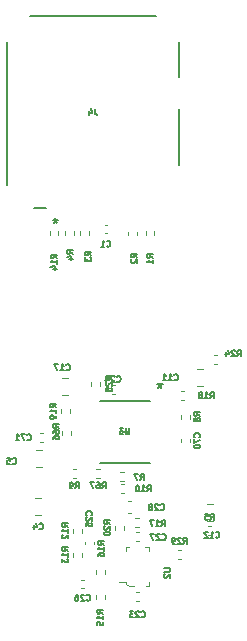
<source format=gbr>
%TF.GenerationSoftware,KiCad,Pcbnew,7.0.7*%
%TF.CreationDate,2023-10-11T19:32:33-04:00*%
%TF.ProjectId,DaisySeedBreakout,44616973-7953-4656-9564-427265616b6f,rev?*%
%TF.SameCoordinates,Original*%
%TF.FileFunction,Legend,Bot*%
%TF.FilePolarity,Positive*%
%FSLAX46Y46*%
G04 Gerber Fmt 4.6, Leading zero omitted, Abs format (unit mm)*
G04 Created by KiCad (PCBNEW 7.0.7) date 2023-10-11 19:32:33*
%MOMM*%
%LPD*%
G01*
G04 APERTURE LIST*
%ADD10C,0.127000*%
%ADD11C,0.150000*%
%ADD12C,0.100000*%
%ADD13C,0.120000*%
%ADD14C,0.152400*%
G04 APERTURE END LIST*
D10*
X150596406Y-80892952D02*
X151007644Y-80892952D01*
X151007644Y-80892952D02*
X151056025Y-80917142D01*
X151056025Y-80917142D02*
X151080216Y-80941333D01*
X151080216Y-80941333D02*
X151104406Y-80989714D01*
X151104406Y-80989714D02*
X151104406Y-81086476D01*
X151104406Y-81086476D02*
X151080216Y-81134857D01*
X151080216Y-81134857D02*
X151056025Y-81159047D01*
X151056025Y-81159047D02*
X151007644Y-81183238D01*
X151007644Y-81183238D02*
X150596406Y-81183238D01*
X150644787Y-81400951D02*
X150620596Y-81425142D01*
X150620596Y-81425142D02*
X150596406Y-81473523D01*
X150596406Y-81473523D02*
X150596406Y-81594475D01*
X150596406Y-81594475D02*
X150620596Y-81642856D01*
X150620596Y-81642856D02*
X150644787Y-81667047D01*
X150644787Y-81667047D02*
X150693168Y-81691237D01*
X150693168Y-81691237D02*
X150741549Y-81691237D01*
X150741549Y-81691237D02*
X150814120Y-81667047D01*
X150814120Y-81667047D02*
X151104406Y-81376761D01*
X151104406Y-81376761D02*
X151104406Y-81691237D01*
X152220571Y-78814406D02*
X152389905Y-78572501D01*
X152510857Y-78814406D02*
X152510857Y-78306406D01*
X152510857Y-78306406D02*
X152317333Y-78306406D01*
X152317333Y-78306406D02*
X152268952Y-78330596D01*
X152268952Y-78330596D02*
X152244762Y-78354787D01*
X152244762Y-78354787D02*
X152220571Y-78403168D01*
X152220571Y-78403168D02*
X152220571Y-78475739D01*
X152220571Y-78475739D02*
X152244762Y-78524120D01*
X152244762Y-78524120D02*
X152268952Y-78548311D01*
X152268952Y-78548311D02*
X152317333Y-78572501D01*
X152317333Y-78572501D02*
X152510857Y-78572501D01*
X152027048Y-78354787D02*
X152002857Y-78330596D01*
X152002857Y-78330596D02*
X151954476Y-78306406D01*
X151954476Y-78306406D02*
X151833524Y-78306406D01*
X151833524Y-78306406D02*
X151785143Y-78330596D01*
X151785143Y-78330596D02*
X151760952Y-78354787D01*
X151760952Y-78354787D02*
X151736762Y-78403168D01*
X151736762Y-78403168D02*
X151736762Y-78451549D01*
X151736762Y-78451549D02*
X151760952Y-78524120D01*
X151760952Y-78524120D02*
X152051238Y-78814406D01*
X152051238Y-78814406D02*
X151736762Y-78814406D01*
X151494857Y-78814406D02*
X151398095Y-78814406D01*
X151398095Y-78814406D02*
X151349714Y-78790216D01*
X151349714Y-78790216D02*
X151325523Y-78766025D01*
X151325523Y-78766025D02*
X151277142Y-78693454D01*
X151277142Y-78693454D02*
X151252952Y-78596692D01*
X151252952Y-78596692D02*
X151252952Y-78403168D01*
X151252952Y-78403168D02*
X151277142Y-78354787D01*
X151277142Y-78354787D02*
X151301333Y-78330596D01*
X151301333Y-78330596D02*
X151349714Y-78306406D01*
X151349714Y-78306406D02*
X151446476Y-78306406D01*
X151446476Y-78306406D02*
X151494857Y-78330596D01*
X151494857Y-78330596D02*
X151519047Y-78354787D01*
X151519047Y-78354787D02*
X151543238Y-78403168D01*
X151543238Y-78403168D02*
X151543238Y-78524120D01*
X151543238Y-78524120D02*
X151519047Y-78572501D01*
X151519047Y-78572501D02*
X151494857Y-78596692D01*
X151494857Y-78596692D02*
X151446476Y-78620882D01*
X151446476Y-78620882D02*
X151349714Y-78620882D01*
X151349714Y-78620882D02*
X151301333Y-78596692D01*
X151301333Y-78596692D02*
X151277142Y-78572501D01*
X151277142Y-78572501D02*
X151252952Y-78524120D01*
X146024406Y-77143428D02*
X145782501Y-76974094D01*
X146024406Y-76853142D02*
X145516406Y-76853142D01*
X145516406Y-76853142D02*
X145516406Y-77046666D01*
X145516406Y-77046666D02*
X145540596Y-77095047D01*
X145540596Y-77095047D02*
X145564787Y-77119237D01*
X145564787Y-77119237D02*
X145613168Y-77143428D01*
X145613168Y-77143428D02*
X145685739Y-77143428D01*
X145685739Y-77143428D02*
X145734120Y-77119237D01*
X145734120Y-77119237D02*
X145758311Y-77095047D01*
X145758311Y-77095047D02*
X145782501Y-77046666D01*
X145782501Y-77046666D02*
X145782501Y-76853142D01*
X145564787Y-77336951D02*
X145540596Y-77361142D01*
X145540596Y-77361142D02*
X145516406Y-77409523D01*
X145516406Y-77409523D02*
X145516406Y-77530475D01*
X145516406Y-77530475D02*
X145540596Y-77578856D01*
X145540596Y-77578856D02*
X145564787Y-77603047D01*
X145564787Y-77603047D02*
X145613168Y-77627237D01*
X145613168Y-77627237D02*
X145661549Y-77627237D01*
X145661549Y-77627237D02*
X145734120Y-77603047D01*
X145734120Y-77603047D02*
X146024406Y-77312761D01*
X146024406Y-77312761D02*
X146024406Y-77627237D01*
X145516406Y-77941714D02*
X145516406Y-77990095D01*
X145516406Y-77990095D02*
X145540596Y-78038476D01*
X145540596Y-78038476D02*
X145564787Y-78062666D01*
X145564787Y-78062666D02*
X145613168Y-78086857D01*
X145613168Y-78086857D02*
X145709930Y-78111047D01*
X145709930Y-78111047D02*
X145830882Y-78111047D01*
X145830882Y-78111047D02*
X145927644Y-78086857D01*
X145927644Y-78086857D02*
X145976025Y-78062666D01*
X145976025Y-78062666D02*
X146000216Y-78038476D01*
X146000216Y-78038476D02*
X146024406Y-77990095D01*
X146024406Y-77990095D02*
X146024406Y-77941714D01*
X146024406Y-77941714D02*
X146000216Y-77893333D01*
X146000216Y-77893333D02*
X145976025Y-77869142D01*
X145976025Y-77869142D02*
X145927644Y-77844952D01*
X145927644Y-77844952D02*
X145830882Y-77820761D01*
X145830882Y-77820761D02*
X145709930Y-77820761D01*
X145709930Y-77820761D02*
X145613168Y-77844952D01*
X145613168Y-77844952D02*
X145564787Y-77869142D01*
X145564787Y-77869142D02*
X145540596Y-77893333D01*
X145540596Y-77893333D02*
X145516406Y-77941714D01*
X150372887Y-77354245D02*
X150542221Y-77112340D01*
X150663173Y-77354245D02*
X150663173Y-76846245D01*
X150663173Y-76846245D02*
X150469649Y-76846245D01*
X150469649Y-76846245D02*
X150421268Y-76870435D01*
X150421268Y-76870435D02*
X150397078Y-76894626D01*
X150397078Y-76894626D02*
X150372887Y-76943007D01*
X150372887Y-76943007D02*
X150372887Y-77015578D01*
X150372887Y-77015578D02*
X150397078Y-77063959D01*
X150397078Y-77063959D02*
X150421268Y-77088150D01*
X150421268Y-77088150D02*
X150469649Y-77112340D01*
X150469649Y-77112340D02*
X150663173Y-77112340D01*
X149889078Y-77354245D02*
X150179364Y-77354245D01*
X150034221Y-77354245D02*
X150034221Y-76846245D01*
X150034221Y-76846245D02*
X150082602Y-76918816D01*
X150082602Y-76918816D02*
X150130983Y-76967197D01*
X150130983Y-76967197D02*
X150179364Y-76991388D01*
X149719744Y-76846245D02*
X149381077Y-76846245D01*
X149381077Y-76846245D02*
X149598792Y-77354245D01*
X145516406Y-78921428D02*
X145274501Y-78752094D01*
X145516406Y-78631142D02*
X145008406Y-78631142D01*
X145008406Y-78631142D02*
X145008406Y-78824666D01*
X145008406Y-78824666D02*
X145032596Y-78873047D01*
X145032596Y-78873047D02*
X145056787Y-78897237D01*
X145056787Y-78897237D02*
X145105168Y-78921428D01*
X145105168Y-78921428D02*
X145177739Y-78921428D01*
X145177739Y-78921428D02*
X145226120Y-78897237D01*
X145226120Y-78897237D02*
X145250311Y-78873047D01*
X145250311Y-78873047D02*
X145274501Y-78824666D01*
X145274501Y-78824666D02*
X145274501Y-78631142D01*
X145516406Y-79405237D02*
X145516406Y-79114951D01*
X145516406Y-79260094D02*
X145008406Y-79260094D01*
X145008406Y-79260094D02*
X145080977Y-79211713D01*
X145080977Y-79211713D02*
X145129358Y-79163332D01*
X145129358Y-79163332D02*
X145153549Y-79114951D01*
X145008406Y-79840666D02*
X145008406Y-79743904D01*
X145008406Y-79743904D02*
X145032596Y-79695523D01*
X145032596Y-79695523D02*
X145056787Y-79671333D01*
X145056787Y-79671333D02*
X145129358Y-79622952D01*
X145129358Y-79622952D02*
X145226120Y-79598761D01*
X145226120Y-79598761D02*
X145419644Y-79598761D01*
X145419644Y-79598761D02*
X145468025Y-79622952D01*
X145468025Y-79622952D02*
X145492216Y-79647142D01*
X145492216Y-79647142D02*
X145516406Y-79695523D01*
X145516406Y-79695523D02*
X145516406Y-79792285D01*
X145516406Y-79792285D02*
X145492216Y-79840666D01*
X145492216Y-79840666D02*
X145468025Y-79864857D01*
X145468025Y-79864857D02*
X145419644Y-79889047D01*
X145419644Y-79889047D02*
X145298692Y-79889047D01*
X145298692Y-79889047D02*
X145250311Y-79864857D01*
X145250311Y-79864857D02*
X145226120Y-79840666D01*
X145226120Y-79840666D02*
X145201930Y-79792285D01*
X145201930Y-79792285D02*
X145201930Y-79695523D01*
X145201930Y-79695523D02*
X145226120Y-79647142D01*
X145226120Y-79647142D02*
X145250311Y-79622952D01*
X145250311Y-79622952D02*
X145298692Y-79598761D01*
X145460000Y-84736014D02*
X145218095Y-84566680D01*
X145460000Y-84445728D02*
X144952000Y-84445728D01*
X144952000Y-84445728D02*
X144952000Y-84639252D01*
X144952000Y-84639252D02*
X144976190Y-84687633D01*
X144976190Y-84687633D02*
X145000381Y-84711823D01*
X145000381Y-84711823D02*
X145048762Y-84736014D01*
X145048762Y-84736014D02*
X145121333Y-84736014D01*
X145121333Y-84736014D02*
X145169714Y-84711823D01*
X145169714Y-84711823D02*
X145193905Y-84687633D01*
X145193905Y-84687633D02*
X145218095Y-84639252D01*
X145218095Y-84639252D02*
X145218095Y-84445728D01*
X145460000Y-85219823D02*
X145460000Y-84929537D01*
X145460000Y-85074680D02*
X144952000Y-85074680D01*
X144952000Y-85074680D02*
X145024571Y-85026299D01*
X145024571Y-85026299D02*
X145072952Y-84977918D01*
X145072952Y-84977918D02*
X145097143Y-84929537D01*
X144952000Y-85679443D02*
X144952000Y-85437538D01*
X144952000Y-85437538D02*
X145193905Y-85413347D01*
X145193905Y-85413347D02*
X145169714Y-85437538D01*
X145169714Y-85437538D02*
X145145524Y-85485919D01*
X145145524Y-85485919D02*
X145145524Y-85606871D01*
X145145524Y-85606871D02*
X145169714Y-85655252D01*
X145169714Y-85655252D02*
X145193905Y-85679443D01*
X145193905Y-85679443D02*
X145242286Y-85703633D01*
X145242286Y-85703633D02*
X145363238Y-85703633D01*
X145363238Y-85703633D02*
X145411619Y-85679443D01*
X145411619Y-85679443D02*
X145435810Y-85655252D01*
X145435810Y-85655252D02*
X145460000Y-85606871D01*
X145460000Y-85606871D02*
X145460000Y-85485919D01*
X145460000Y-85485919D02*
X145435810Y-85437538D01*
X145435810Y-85437538D02*
X145411619Y-85413347D01*
X142468406Y-79431428D02*
X142226501Y-79262094D01*
X142468406Y-79141142D02*
X141960406Y-79141142D01*
X141960406Y-79141142D02*
X141960406Y-79334666D01*
X141960406Y-79334666D02*
X141984596Y-79383047D01*
X141984596Y-79383047D02*
X142008787Y-79407237D01*
X142008787Y-79407237D02*
X142057168Y-79431428D01*
X142057168Y-79431428D02*
X142129739Y-79431428D01*
X142129739Y-79431428D02*
X142178120Y-79407237D01*
X142178120Y-79407237D02*
X142202311Y-79383047D01*
X142202311Y-79383047D02*
X142226501Y-79334666D01*
X142226501Y-79334666D02*
X142226501Y-79141142D01*
X142468406Y-79915237D02*
X142468406Y-79624951D01*
X142468406Y-79770094D02*
X141960406Y-79770094D01*
X141960406Y-79770094D02*
X142032977Y-79721713D01*
X142032977Y-79721713D02*
X142081358Y-79673332D01*
X142081358Y-79673332D02*
X142105549Y-79624951D01*
X141960406Y-80084571D02*
X141960406Y-80399047D01*
X141960406Y-80399047D02*
X142153930Y-80229714D01*
X142153930Y-80229714D02*
X142153930Y-80302285D01*
X142153930Y-80302285D02*
X142178120Y-80350666D01*
X142178120Y-80350666D02*
X142202311Y-80374857D01*
X142202311Y-80374857D02*
X142250692Y-80399047D01*
X142250692Y-80399047D02*
X142371644Y-80399047D01*
X142371644Y-80399047D02*
X142420025Y-80374857D01*
X142420025Y-80374857D02*
X142444216Y-80350666D01*
X142444216Y-80350666D02*
X142468406Y-80302285D01*
X142468406Y-80302285D02*
X142468406Y-80157142D01*
X142468406Y-80157142D02*
X142444216Y-80108761D01*
X142444216Y-80108761D02*
X142420025Y-80084571D01*
X142468406Y-77399428D02*
X142226501Y-77230094D01*
X142468406Y-77109142D02*
X141960406Y-77109142D01*
X141960406Y-77109142D02*
X141960406Y-77302666D01*
X141960406Y-77302666D02*
X141984596Y-77351047D01*
X141984596Y-77351047D02*
X142008787Y-77375237D01*
X142008787Y-77375237D02*
X142057168Y-77399428D01*
X142057168Y-77399428D02*
X142129739Y-77399428D01*
X142129739Y-77399428D02*
X142178120Y-77375237D01*
X142178120Y-77375237D02*
X142202311Y-77351047D01*
X142202311Y-77351047D02*
X142226501Y-77302666D01*
X142226501Y-77302666D02*
X142226501Y-77109142D01*
X142468406Y-77883237D02*
X142468406Y-77592951D01*
X142468406Y-77738094D02*
X141960406Y-77738094D01*
X141960406Y-77738094D02*
X142032977Y-77689713D01*
X142032977Y-77689713D02*
X142081358Y-77641332D01*
X142081358Y-77641332D02*
X142105549Y-77592951D01*
X142008787Y-78076761D02*
X141984596Y-78100952D01*
X141984596Y-78100952D02*
X141960406Y-78149333D01*
X141960406Y-78149333D02*
X141960406Y-78270285D01*
X141960406Y-78270285D02*
X141984596Y-78318666D01*
X141984596Y-78318666D02*
X142008787Y-78342857D01*
X142008787Y-78342857D02*
X142057168Y-78367047D01*
X142057168Y-78367047D02*
X142105549Y-78367047D01*
X142105549Y-78367047D02*
X142178120Y-78342857D01*
X142178120Y-78342857D02*
X142468406Y-78052571D01*
X142468406Y-78052571D02*
X142468406Y-78367047D01*
X150288724Y-75928135D02*
X150312915Y-75952326D01*
X150312915Y-75952326D02*
X150385486Y-75976516D01*
X150385486Y-75976516D02*
X150433867Y-75976516D01*
X150433867Y-75976516D02*
X150506439Y-75952326D01*
X150506439Y-75952326D02*
X150554820Y-75903945D01*
X150554820Y-75903945D02*
X150579010Y-75855564D01*
X150579010Y-75855564D02*
X150603201Y-75758802D01*
X150603201Y-75758802D02*
X150603201Y-75686230D01*
X150603201Y-75686230D02*
X150579010Y-75589468D01*
X150579010Y-75589468D02*
X150554820Y-75541087D01*
X150554820Y-75541087D02*
X150506439Y-75492706D01*
X150506439Y-75492706D02*
X150433867Y-75468516D01*
X150433867Y-75468516D02*
X150385486Y-75468516D01*
X150385486Y-75468516D02*
X150312915Y-75492706D01*
X150312915Y-75492706D02*
X150288724Y-75516897D01*
X150095201Y-75516897D02*
X150071010Y-75492706D01*
X150071010Y-75492706D02*
X150022629Y-75468516D01*
X150022629Y-75468516D02*
X149901677Y-75468516D01*
X149901677Y-75468516D02*
X149853296Y-75492706D01*
X149853296Y-75492706D02*
X149829105Y-75516897D01*
X149829105Y-75516897D02*
X149804915Y-75565278D01*
X149804915Y-75565278D02*
X149804915Y-75613659D01*
X149804915Y-75613659D02*
X149829105Y-75686230D01*
X149829105Y-75686230D02*
X150119391Y-75976516D01*
X150119391Y-75976516D02*
X149804915Y-75976516D01*
X149514629Y-75686230D02*
X149563010Y-75662040D01*
X149563010Y-75662040D02*
X149587200Y-75637849D01*
X149587200Y-75637849D02*
X149611391Y-75589468D01*
X149611391Y-75589468D02*
X149611391Y-75565278D01*
X149611391Y-75565278D02*
X149587200Y-75516897D01*
X149587200Y-75516897D02*
X149563010Y-75492706D01*
X149563010Y-75492706D02*
X149514629Y-75468516D01*
X149514629Y-75468516D02*
X149417867Y-75468516D01*
X149417867Y-75468516D02*
X149369486Y-75492706D01*
X149369486Y-75492706D02*
X149345295Y-75516897D01*
X149345295Y-75516897D02*
X149321105Y-75565278D01*
X149321105Y-75565278D02*
X149321105Y-75589468D01*
X149321105Y-75589468D02*
X149345295Y-75637849D01*
X149345295Y-75637849D02*
X149369486Y-75662040D01*
X149369486Y-75662040D02*
X149417867Y-75686230D01*
X149417867Y-75686230D02*
X149514629Y-75686230D01*
X149514629Y-75686230D02*
X149563010Y-75710421D01*
X149563010Y-75710421D02*
X149587200Y-75734611D01*
X149587200Y-75734611D02*
X149611391Y-75782992D01*
X149611391Y-75782992D02*
X149611391Y-75879754D01*
X149611391Y-75879754D02*
X149587200Y-75928135D01*
X149587200Y-75928135D02*
X149563010Y-75952326D01*
X149563010Y-75952326D02*
X149514629Y-75976516D01*
X149514629Y-75976516D02*
X149417867Y-75976516D01*
X149417867Y-75976516D02*
X149369486Y-75952326D01*
X149369486Y-75952326D02*
X149345295Y-75928135D01*
X149345295Y-75928135D02*
X149321105Y-75879754D01*
X149321105Y-75879754D02*
X149321105Y-75782992D01*
X149321105Y-75782992D02*
X149345295Y-75734611D01*
X149345295Y-75734611D02*
X149369486Y-75710421D01*
X149369486Y-75710421D02*
X149417867Y-75686230D01*
X150433005Y-78448095D02*
X150457196Y-78472286D01*
X150457196Y-78472286D02*
X150529767Y-78496476D01*
X150529767Y-78496476D02*
X150578148Y-78496476D01*
X150578148Y-78496476D02*
X150650720Y-78472286D01*
X150650720Y-78472286D02*
X150699101Y-78423905D01*
X150699101Y-78423905D02*
X150723291Y-78375524D01*
X150723291Y-78375524D02*
X150747482Y-78278762D01*
X150747482Y-78278762D02*
X150747482Y-78206190D01*
X150747482Y-78206190D02*
X150723291Y-78109428D01*
X150723291Y-78109428D02*
X150699101Y-78061047D01*
X150699101Y-78061047D02*
X150650720Y-78012666D01*
X150650720Y-78012666D02*
X150578148Y-77988476D01*
X150578148Y-77988476D02*
X150529767Y-77988476D01*
X150529767Y-77988476D02*
X150457196Y-78012666D01*
X150457196Y-78012666D02*
X150433005Y-78036857D01*
X150239482Y-78036857D02*
X150215291Y-78012666D01*
X150215291Y-78012666D02*
X150166910Y-77988476D01*
X150166910Y-77988476D02*
X150045958Y-77988476D01*
X150045958Y-77988476D02*
X149997577Y-78012666D01*
X149997577Y-78012666D02*
X149973386Y-78036857D01*
X149973386Y-78036857D02*
X149949196Y-78085238D01*
X149949196Y-78085238D02*
X149949196Y-78133619D01*
X149949196Y-78133619D02*
X149973386Y-78206190D01*
X149973386Y-78206190D02*
X150263672Y-78496476D01*
X150263672Y-78496476D02*
X149949196Y-78496476D01*
X149779862Y-77988476D02*
X149441195Y-77988476D01*
X149441195Y-77988476D02*
X149658910Y-78496476D01*
X144021665Y-83589113D02*
X144045856Y-83613304D01*
X144045856Y-83613304D02*
X144118427Y-83637494D01*
X144118427Y-83637494D02*
X144166808Y-83637494D01*
X144166808Y-83637494D02*
X144239380Y-83613304D01*
X144239380Y-83613304D02*
X144287761Y-83564923D01*
X144287761Y-83564923D02*
X144311951Y-83516542D01*
X144311951Y-83516542D02*
X144336142Y-83419780D01*
X144336142Y-83419780D02*
X144336142Y-83347208D01*
X144336142Y-83347208D02*
X144311951Y-83250446D01*
X144311951Y-83250446D02*
X144287761Y-83202065D01*
X144287761Y-83202065D02*
X144239380Y-83153684D01*
X144239380Y-83153684D02*
X144166808Y-83129494D01*
X144166808Y-83129494D02*
X144118427Y-83129494D01*
X144118427Y-83129494D02*
X144045856Y-83153684D01*
X144045856Y-83153684D02*
X144021665Y-83177875D01*
X143828142Y-83177875D02*
X143803951Y-83153684D01*
X143803951Y-83153684D02*
X143755570Y-83129494D01*
X143755570Y-83129494D02*
X143634618Y-83129494D01*
X143634618Y-83129494D02*
X143586237Y-83153684D01*
X143586237Y-83153684D02*
X143562046Y-83177875D01*
X143562046Y-83177875D02*
X143537856Y-83226256D01*
X143537856Y-83226256D02*
X143537856Y-83274637D01*
X143537856Y-83274637D02*
X143562046Y-83347208D01*
X143562046Y-83347208D02*
X143852332Y-83637494D01*
X143852332Y-83637494D02*
X143537856Y-83637494D01*
X143102427Y-83129494D02*
X143199189Y-83129494D01*
X143199189Y-83129494D02*
X143247570Y-83153684D01*
X143247570Y-83153684D02*
X143271760Y-83177875D01*
X143271760Y-83177875D02*
X143320141Y-83250446D01*
X143320141Y-83250446D02*
X143344332Y-83347208D01*
X143344332Y-83347208D02*
X143344332Y-83540732D01*
X143344332Y-83540732D02*
X143320141Y-83589113D01*
X143320141Y-83589113D02*
X143295951Y-83613304D01*
X143295951Y-83613304D02*
X143247570Y-83637494D01*
X143247570Y-83637494D02*
X143150808Y-83637494D01*
X143150808Y-83637494D02*
X143102427Y-83613304D01*
X143102427Y-83613304D02*
X143078236Y-83589113D01*
X143078236Y-83589113D02*
X143054046Y-83540732D01*
X143054046Y-83540732D02*
X143054046Y-83419780D01*
X143054046Y-83419780D02*
X143078236Y-83371399D01*
X143078236Y-83371399D02*
X143102427Y-83347208D01*
X143102427Y-83347208D02*
X143150808Y-83323018D01*
X143150808Y-83323018D02*
X143247570Y-83323018D01*
X143247570Y-83323018D02*
X143295951Y-83347208D01*
X143295951Y-83347208D02*
X143320141Y-83371399D01*
X143320141Y-83371399D02*
X143344332Y-83419780D01*
X144452025Y-76381428D02*
X144476216Y-76357237D01*
X144476216Y-76357237D02*
X144500406Y-76284666D01*
X144500406Y-76284666D02*
X144500406Y-76236285D01*
X144500406Y-76236285D02*
X144476216Y-76163713D01*
X144476216Y-76163713D02*
X144427835Y-76115332D01*
X144427835Y-76115332D02*
X144379454Y-76091142D01*
X144379454Y-76091142D02*
X144282692Y-76066951D01*
X144282692Y-76066951D02*
X144210120Y-76066951D01*
X144210120Y-76066951D02*
X144113358Y-76091142D01*
X144113358Y-76091142D02*
X144064977Y-76115332D01*
X144064977Y-76115332D02*
X144016596Y-76163713D01*
X144016596Y-76163713D02*
X143992406Y-76236285D01*
X143992406Y-76236285D02*
X143992406Y-76284666D01*
X143992406Y-76284666D02*
X144016596Y-76357237D01*
X144016596Y-76357237D02*
X144040787Y-76381428D01*
X144040787Y-76574951D02*
X144016596Y-76599142D01*
X144016596Y-76599142D02*
X143992406Y-76647523D01*
X143992406Y-76647523D02*
X143992406Y-76768475D01*
X143992406Y-76768475D02*
X144016596Y-76816856D01*
X144016596Y-76816856D02*
X144040787Y-76841047D01*
X144040787Y-76841047D02*
X144089168Y-76865237D01*
X144089168Y-76865237D02*
X144137549Y-76865237D01*
X144137549Y-76865237D02*
X144210120Y-76841047D01*
X144210120Y-76841047D02*
X144500406Y-76550761D01*
X144500406Y-76550761D02*
X144500406Y-76865237D01*
X143992406Y-77324857D02*
X143992406Y-77082952D01*
X143992406Y-77082952D02*
X144234311Y-77058761D01*
X144234311Y-77058761D02*
X144210120Y-77082952D01*
X144210120Y-77082952D02*
X144185930Y-77131333D01*
X144185930Y-77131333D02*
X144185930Y-77252285D01*
X144185930Y-77252285D02*
X144210120Y-77300666D01*
X144210120Y-77300666D02*
X144234311Y-77324857D01*
X144234311Y-77324857D02*
X144282692Y-77349047D01*
X144282692Y-77349047D02*
X144403644Y-77349047D01*
X144403644Y-77349047D02*
X144452025Y-77324857D01*
X144452025Y-77324857D02*
X144476216Y-77300666D01*
X144476216Y-77300666D02*
X144500406Y-77252285D01*
X144500406Y-77252285D02*
X144500406Y-77131333D01*
X144500406Y-77131333D02*
X144476216Y-77082952D01*
X144476216Y-77082952D02*
X144452025Y-77058761D01*
X148662571Y-85016025D02*
X148686762Y-85040216D01*
X148686762Y-85040216D02*
X148759333Y-85064406D01*
X148759333Y-85064406D02*
X148807714Y-85064406D01*
X148807714Y-85064406D02*
X148880286Y-85040216D01*
X148880286Y-85040216D02*
X148928667Y-84991835D01*
X148928667Y-84991835D02*
X148952857Y-84943454D01*
X148952857Y-84943454D02*
X148977048Y-84846692D01*
X148977048Y-84846692D02*
X148977048Y-84774120D01*
X148977048Y-84774120D02*
X148952857Y-84677358D01*
X148952857Y-84677358D02*
X148928667Y-84628977D01*
X148928667Y-84628977D02*
X148880286Y-84580596D01*
X148880286Y-84580596D02*
X148807714Y-84556406D01*
X148807714Y-84556406D02*
X148759333Y-84556406D01*
X148759333Y-84556406D02*
X148686762Y-84580596D01*
X148686762Y-84580596D02*
X148662571Y-84604787D01*
X148469048Y-84604787D02*
X148444857Y-84580596D01*
X148444857Y-84580596D02*
X148396476Y-84556406D01*
X148396476Y-84556406D02*
X148275524Y-84556406D01*
X148275524Y-84556406D02*
X148227143Y-84580596D01*
X148227143Y-84580596D02*
X148202952Y-84604787D01*
X148202952Y-84604787D02*
X148178762Y-84653168D01*
X148178762Y-84653168D02*
X148178762Y-84701549D01*
X148178762Y-84701549D02*
X148202952Y-84774120D01*
X148202952Y-84774120D02*
X148493238Y-85064406D01*
X148493238Y-85064406D02*
X148178762Y-85064406D01*
X148009428Y-84556406D02*
X147694952Y-84556406D01*
X147694952Y-84556406D02*
X147864285Y-84749930D01*
X147864285Y-84749930D02*
X147791714Y-84749930D01*
X147791714Y-84749930D02*
X147743333Y-84774120D01*
X147743333Y-84774120D02*
X147719142Y-84798311D01*
X147719142Y-84798311D02*
X147694952Y-84846692D01*
X147694952Y-84846692D02*
X147694952Y-84967644D01*
X147694952Y-84967644D02*
X147719142Y-85016025D01*
X147719142Y-85016025D02*
X147743333Y-85040216D01*
X147743333Y-85040216D02*
X147791714Y-85064406D01*
X147791714Y-85064406D02*
X147936857Y-85064406D01*
X147936857Y-85064406D02*
X147985238Y-85040216D01*
X147985238Y-85040216D02*
X148009428Y-85016025D01*
X154976971Y-78259625D02*
X155001162Y-78283816D01*
X155001162Y-78283816D02*
X155073733Y-78308006D01*
X155073733Y-78308006D02*
X155122114Y-78308006D01*
X155122114Y-78308006D02*
X155194686Y-78283816D01*
X155194686Y-78283816D02*
X155243067Y-78235435D01*
X155243067Y-78235435D02*
X155267257Y-78187054D01*
X155267257Y-78187054D02*
X155291448Y-78090292D01*
X155291448Y-78090292D02*
X155291448Y-78017720D01*
X155291448Y-78017720D02*
X155267257Y-77920958D01*
X155267257Y-77920958D02*
X155243067Y-77872577D01*
X155243067Y-77872577D02*
X155194686Y-77824196D01*
X155194686Y-77824196D02*
X155122114Y-77800006D01*
X155122114Y-77800006D02*
X155073733Y-77800006D01*
X155073733Y-77800006D02*
X155001162Y-77824196D01*
X155001162Y-77824196D02*
X154976971Y-77848387D01*
X154493162Y-78308006D02*
X154783448Y-78308006D01*
X154638305Y-78308006D02*
X154638305Y-77800006D01*
X154638305Y-77800006D02*
X154686686Y-77872577D01*
X154686686Y-77872577D02*
X154735067Y-77920958D01*
X154735067Y-77920958D02*
X154783448Y-77945149D01*
X154299638Y-77848387D02*
X154275447Y-77824196D01*
X154275447Y-77824196D02*
X154227066Y-77800006D01*
X154227066Y-77800006D02*
X154106114Y-77800006D01*
X154106114Y-77800006D02*
X154057733Y-77824196D01*
X154057733Y-77824196D02*
X154033542Y-77848387D01*
X154033542Y-77848387D02*
X154009352Y-77896768D01*
X154009352Y-77896768D02*
X154009352Y-77945149D01*
X154009352Y-77945149D02*
X154033542Y-78017720D01*
X154033542Y-78017720D02*
X154323828Y-78308006D01*
X154323828Y-78308006D02*
X154009352Y-78308006D01*
X154516666Y-76782406D02*
X154686000Y-76540501D01*
X154806952Y-76782406D02*
X154806952Y-76274406D01*
X154806952Y-76274406D02*
X154613428Y-76274406D01*
X154613428Y-76274406D02*
X154565047Y-76298596D01*
X154565047Y-76298596D02*
X154540857Y-76322787D01*
X154540857Y-76322787D02*
X154516666Y-76371168D01*
X154516666Y-76371168D02*
X154516666Y-76443739D01*
X154516666Y-76443739D02*
X154540857Y-76492120D01*
X154540857Y-76492120D02*
X154565047Y-76516311D01*
X154565047Y-76516311D02*
X154613428Y-76540501D01*
X154613428Y-76540501D02*
X154806952Y-76540501D01*
X154057047Y-76274406D02*
X154298952Y-76274406D01*
X154298952Y-76274406D02*
X154323143Y-76516311D01*
X154323143Y-76516311D02*
X154298952Y-76492120D01*
X154298952Y-76492120D02*
X154250571Y-76467930D01*
X154250571Y-76467930D02*
X154129619Y-76467930D01*
X154129619Y-76467930D02*
X154081238Y-76492120D01*
X154081238Y-76492120D02*
X154057047Y-76516311D01*
X154057047Y-76516311D02*
X154032857Y-76564692D01*
X154032857Y-76564692D02*
X154032857Y-76685644D01*
X154032857Y-76685644D02*
X154057047Y-76734025D01*
X154057047Y-76734025D02*
X154081238Y-76758216D01*
X154081238Y-76758216D02*
X154129619Y-76782406D01*
X154129619Y-76782406D02*
X154250571Y-76782406D01*
X154250571Y-76782406D02*
X154298952Y-76758216D01*
X154298952Y-76758216D02*
X154323143Y-76734025D01*
X143086666Y-74142406D02*
X143256000Y-73900501D01*
X143376952Y-74142406D02*
X143376952Y-73634406D01*
X143376952Y-73634406D02*
X143183428Y-73634406D01*
X143183428Y-73634406D02*
X143135047Y-73658596D01*
X143135047Y-73658596D02*
X143110857Y-73682787D01*
X143110857Y-73682787D02*
X143086666Y-73731168D01*
X143086666Y-73731168D02*
X143086666Y-73803739D01*
X143086666Y-73803739D02*
X143110857Y-73852120D01*
X143110857Y-73852120D02*
X143135047Y-73876311D01*
X143135047Y-73876311D02*
X143183428Y-73900501D01*
X143183428Y-73900501D02*
X143376952Y-73900501D01*
X142844762Y-74142406D02*
X142748000Y-74142406D01*
X142748000Y-74142406D02*
X142699619Y-74118216D01*
X142699619Y-74118216D02*
X142675428Y-74094025D01*
X142675428Y-74094025D02*
X142627047Y-74021454D01*
X142627047Y-74021454D02*
X142602857Y-73924692D01*
X142602857Y-73924692D02*
X142602857Y-73731168D01*
X142602857Y-73731168D02*
X142627047Y-73682787D01*
X142627047Y-73682787D02*
X142651238Y-73658596D01*
X142651238Y-73658596D02*
X142699619Y-73634406D01*
X142699619Y-73634406D02*
X142796381Y-73634406D01*
X142796381Y-73634406D02*
X142844762Y-73658596D01*
X142844762Y-73658596D02*
X142868952Y-73682787D01*
X142868952Y-73682787D02*
X142893143Y-73731168D01*
X142893143Y-73731168D02*
X142893143Y-73852120D01*
X142893143Y-73852120D02*
X142868952Y-73900501D01*
X142868952Y-73900501D02*
X142844762Y-73924692D01*
X142844762Y-73924692D02*
X142796381Y-73948882D01*
X142796381Y-73948882D02*
X142699619Y-73948882D01*
X142699619Y-73948882D02*
X142651238Y-73924692D01*
X142651238Y-73924692D02*
X142627047Y-73900501D01*
X142627047Y-73900501D02*
X142602857Y-73852120D01*
X148581127Y-73433893D02*
X148750461Y-73191988D01*
X148871413Y-73433893D02*
X148871413Y-72925893D01*
X148871413Y-72925893D02*
X148677889Y-72925893D01*
X148677889Y-72925893D02*
X148629508Y-72950083D01*
X148629508Y-72950083D02*
X148605318Y-72974274D01*
X148605318Y-72974274D02*
X148581127Y-73022655D01*
X148581127Y-73022655D02*
X148581127Y-73095226D01*
X148581127Y-73095226D02*
X148605318Y-73143607D01*
X148605318Y-73143607D02*
X148629508Y-73167798D01*
X148629508Y-73167798D02*
X148677889Y-73191988D01*
X148677889Y-73191988D02*
X148871413Y-73191988D01*
X148411794Y-72925893D02*
X148073127Y-72925893D01*
X148073127Y-72925893D02*
X148290842Y-73433893D01*
X140038666Y-77552025D02*
X140062857Y-77576216D01*
X140062857Y-77576216D02*
X140135428Y-77600406D01*
X140135428Y-77600406D02*
X140183809Y-77600406D01*
X140183809Y-77600406D02*
X140256381Y-77576216D01*
X140256381Y-77576216D02*
X140304762Y-77527835D01*
X140304762Y-77527835D02*
X140328952Y-77479454D01*
X140328952Y-77479454D02*
X140353143Y-77382692D01*
X140353143Y-77382692D02*
X140353143Y-77310120D01*
X140353143Y-77310120D02*
X140328952Y-77213358D01*
X140328952Y-77213358D02*
X140304762Y-77164977D01*
X140304762Y-77164977D02*
X140256381Y-77116596D01*
X140256381Y-77116596D02*
X140183809Y-77092406D01*
X140183809Y-77092406D02*
X140135428Y-77092406D01*
X140135428Y-77092406D02*
X140062857Y-77116596D01*
X140062857Y-77116596D02*
X140038666Y-77140787D01*
X139603238Y-77261739D02*
X139603238Y-77600406D01*
X139724190Y-77068216D02*
X139845143Y-77431073D01*
X139845143Y-77431073D02*
X139530666Y-77431073D01*
X142312571Y-64088425D02*
X142336762Y-64112616D01*
X142336762Y-64112616D02*
X142409333Y-64136806D01*
X142409333Y-64136806D02*
X142457714Y-64136806D01*
X142457714Y-64136806D02*
X142530286Y-64112616D01*
X142530286Y-64112616D02*
X142578667Y-64064235D01*
X142578667Y-64064235D02*
X142602857Y-64015854D01*
X142602857Y-64015854D02*
X142627048Y-63919092D01*
X142627048Y-63919092D02*
X142627048Y-63846520D01*
X142627048Y-63846520D02*
X142602857Y-63749758D01*
X142602857Y-63749758D02*
X142578667Y-63701377D01*
X142578667Y-63701377D02*
X142530286Y-63652996D01*
X142530286Y-63652996D02*
X142457714Y-63628806D01*
X142457714Y-63628806D02*
X142409333Y-63628806D01*
X142409333Y-63628806D02*
X142336762Y-63652996D01*
X142336762Y-63652996D02*
X142312571Y-63677187D01*
X141828762Y-64136806D02*
X142119048Y-64136806D01*
X141973905Y-64136806D02*
X141973905Y-63628806D01*
X141973905Y-63628806D02*
X142022286Y-63701377D01*
X142022286Y-63701377D02*
X142070667Y-63749758D01*
X142070667Y-63749758D02*
X142119048Y-63773949D01*
X141659428Y-63628806D02*
X141320761Y-63628806D01*
X141320761Y-63628806D02*
X141538476Y-64136806D01*
X144746133Y-41986006D02*
X144746133Y-42348863D01*
X144746133Y-42348863D02*
X144770324Y-42421435D01*
X144770324Y-42421435D02*
X144818705Y-42469816D01*
X144818705Y-42469816D02*
X144891276Y-42494006D01*
X144891276Y-42494006D02*
X144939657Y-42494006D01*
X144286514Y-42155339D02*
X144286514Y-42494006D01*
X144407466Y-41961816D02*
X144528419Y-42324673D01*
X144528419Y-42324673D02*
X144213942Y-42324673D01*
D11*
X141401799Y-51245419D02*
X141401799Y-51483514D01*
X141639894Y-51388276D02*
X141401799Y-51483514D01*
X141401799Y-51483514D02*
X141163704Y-51388276D01*
X141544656Y-51673990D02*
X141401799Y-51483514D01*
X141401799Y-51483514D02*
X141258942Y-51673990D01*
X141401799Y-51245419D02*
X141401799Y-51483514D01*
X141639894Y-51388276D02*
X141401799Y-51483514D01*
X141401799Y-51483514D02*
X141163704Y-51388276D01*
X141544656Y-51673990D02*
X141401799Y-51483514D01*
X141401799Y-51483514D02*
X141258942Y-51673990D01*
D10*
X145734019Y-53613331D02*
X145758210Y-53637522D01*
X145758210Y-53637522D02*
X145830781Y-53661712D01*
X145830781Y-53661712D02*
X145879162Y-53661712D01*
X145879162Y-53661712D02*
X145951734Y-53637522D01*
X145951734Y-53637522D02*
X146000115Y-53589141D01*
X146000115Y-53589141D02*
X146024305Y-53540760D01*
X146024305Y-53540760D02*
X146048496Y-53443998D01*
X146048496Y-53443998D02*
X146048496Y-53371426D01*
X146048496Y-53371426D02*
X146024305Y-53274664D01*
X146024305Y-53274664D02*
X146000115Y-53226283D01*
X146000115Y-53226283D02*
X145951734Y-53177902D01*
X145951734Y-53177902D02*
X145879162Y-53153712D01*
X145879162Y-53153712D02*
X145830781Y-53153712D01*
X145830781Y-53153712D02*
X145758210Y-53177902D01*
X145758210Y-53177902D02*
X145734019Y-53202093D01*
X145250210Y-53661712D02*
X145540496Y-53661712D01*
X145395353Y-53661712D02*
X145395353Y-53153712D01*
X145395353Y-53153712D02*
X145443734Y-53226283D01*
X145443734Y-53226283D02*
X145492115Y-53274664D01*
X145492115Y-53274664D02*
X145540496Y-53298855D01*
X149674459Y-54609639D02*
X149432554Y-54440305D01*
X149674459Y-54319353D02*
X149166459Y-54319353D01*
X149166459Y-54319353D02*
X149166459Y-54512877D01*
X149166459Y-54512877D02*
X149190649Y-54561258D01*
X149190649Y-54561258D02*
X149214840Y-54585448D01*
X149214840Y-54585448D02*
X149263221Y-54609639D01*
X149263221Y-54609639D02*
X149335792Y-54609639D01*
X149335792Y-54609639D02*
X149384173Y-54585448D01*
X149384173Y-54585448D02*
X149408364Y-54561258D01*
X149408364Y-54561258D02*
X149432554Y-54512877D01*
X149432554Y-54512877D02*
X149432554Y-54319353D01*
X149674459Y-55093448D02*
X149674459Y-54803162D01*
X149674459Y-54948305D02*
X149166459Y-54948305D01*
X149166459Y-54948305D02*
X149239030Y-54899924D01*
X149239030Y-54899924D02*
X149287411Y-54851543D01*
X149287411Y-54851543D02*
X149311602Y-54803162D01*
X144404559Y-54417439D02*
X144162654Y-54248105D01*
X144404559Y-54127153D02*
X143896559Y-54127153D01*
X143896559Y-54127153D02*
X143896559Y-54320677D01*
X143896559Y-54320677D02*
X143920749Y-54369058D01*
X143920749Y-54369058D02*
X143944940Y-54393248D01*
X143944940Y-54393248D02*
X143993321Y-54417439D01*
X143993321Y-54417439D02*
X144065892Y-54417439D01*
X144065892Y-54417439D02*
X144114273Y-54393248D01*
X144114273Y-54393248D02*
X144138464Y-54369058D01*
X144138464Y-54369058D02*
X144162654Y-54320677D01*
X144162654Y-54320677D02*
X144162654Y-54127153D01*
X143896559Y-54586772D02*
X143896559Y-54901248D01*
X143896559Y-54901248D02*
X144090083Y-54731915D01*
X144090083Y-54731915D02*
X144090083Y-54804486D01*
X144090083Y-54804486D02*
X144114273Y-54852867D01*
X144114273Y-54852867D02*
X144138464Y-54877058D01*
X144138464Y-54877058D02*
X144186845Y-54901248D01*
X144186845Y-54901248D02*
X144307797Y-54901248D01*
X144307797Y-54901248D02*
X144356178Y-54877058D01*
X144356178Y-54877058D02*
X144380369Y-54852867D01*
X144380369Y-54852867D02*
X144404559Y-54804486D01*
X144404559Y-54804486D02*
X144404559Y-54659343D01*
X144404559Y-54659343D02*
X144380369Y-54610962D01*
X144380369Y-54610962D02*
X144356178Y-54586772D01*
X149170571Y-74396406D02*
X149339905Y-74154501D01*
X149460857Y-74396406D02*
X149460857Y-73888406D01*
X149460857Y-73888406D02*
X149267333Y-73888406D01*
X149267333Y-73888406D02*
X149218952Y-73912596D01*
X149218952Y-73912596D02*
X149194762Y-73936787D01*
X149194762Y-73936787D02*
X149170571Y-73985168D01*
X149170571Y-73985168D02*
X149170571Y-74057739D01*
X149170571Y-74057739D02*
X149194762Y-74106120D01*
X149194762Y-74106120D02*
X149218952Y-74130311D01*
X149218952Y-74130311D02*
X149267333Y-74154501D01*
X149267333Y-74154501D02*
X149460857Y-74154501D01*
X148686762Y-74396406D02*
X148977048Y-74396406D01*
X148831905Y-74396406D02*
X148831905Y-73888406D01*
X148831905Y-73888406D02*
X148880286Y-73960977D01*
X148880286Y-73960977D02*
X148928667Y-74009358D01*
X148928667Y-74009358D02*
X148977048Y-74033549D01*
X148372285Y-73888406D02*
X148323904Y-73888406D01*
X148323904Y-73888406D02*
X148275523Y-73912596D01*
X148275523Y-73912596D02*
X148251333Y-73936787D01*
X148251333Y-73936787D02*
X148227142Y-73985168D01*
X148227142Y-73985168D02*
X148202952Y-74081930D01*
X148202952Y-74081930D02*
X148202952Y-74202882D01*
X148202952Y-74202882D02*
X148227142Y-74299644D01*
X148227142Y-74299644D02*
X148251333Y-74348025D01*
X148251333Y-74348025D02*
X148275523Y-74372216D01*
X148275523Y-74372216D02*
X148323904Y-74396406D01*
X148323904Y-74396406D02*
X148372285Y-74396406D01*
X148372285Y-74396406D02*
X148420666Y-74372216D01*
X148420666Y-74372216D02*
X148444857Y-74348025D01*
X148444857Y-74348025D02*
X148469047Y-74299644D01*
X148469047Y-74299644D02*
X148493238Y-74202882D01*
X148493238Y-74202882D02*
X148493238Y-74081930D01*
X148493238Y-74081930D02*
X148469047Y-73985168D01*
X148469047Y-73985168D02*
X148444857Y-73936787D01*
X148444857Y-73936787D02*
X148420666Y-73912596D01*
X148420666Y-73912596D02*
X148372285Y-73888406D01*
X141508959Y-54630734D02*
X141267054Y-54461400D01*
X141508959Y-54340448D02*
X141000959Y-54340448D01*
X141000959Y-54340448D02*
X141000959Y-54533972D01*
X141000959Y-54533972D02*
X141025149Y-54582353D01*
X141025149Y-54582353D02*
X141049340Y-54606543D01*
X141049340Y-54606543D02*
X141097721Y-54630734D01*
X141097721Y-54630734D02*
X141170292Y-54630734D01*
X141170292Y-54630734D02*
X141218673Y-54606543D01*
X141218673Y-54606543D02*
X141242864Y-54582353D01*
X141242864Y-54582353D02*
X141267054Y-54533972D01*
X141267054Y-54533972D02*
X141267054Y-54340448D01*
X141508959Y-55114543D02*
X141508959Y-54824257D01*
X141508959Y-54969400D02*
X141000959Y-54969400D01*
X141000959Y-54969400D02*
X141073530Y-54921019D01*
X141073530Y-54921019D02*
X141121911Y-54872638D01*
X141121911Y-54872638D02*
X141146102Y-54824257D01*
X141170292Y-55549972D02*
X141508959Y-55549972D01*
X140976769Y-55429020D02*
X141339626Y-55308067D01*
X141339626Y-55308067D02*
X141339626Y-55622544D01*
X153644406Y-67987333D02*
X153402501Y-67817999D01*
X153644406Y-67697047D02*
X153136406Y-67697047D01*
X153136406Y-67697047D02*
X153136406Y-67890571D01*
X153136406Y-67890571D02*
X153160596Y-67938952D01*
X153160596Y-67938952D02*
X153184787Y-67963142D01*
X153184787Y-67963142D02*
X153233168Y-67987333D01*
X153233168Y-67987333D02*
X153305739Y-67987333D01*
X153305739Y-67987333D02*
X153354120Y-67963142D01*
X153354120Y-67963142D02*
X153378311Y-67938952D01*
X153378311Y-67938952D02*
X153402501Y-67890571D01*
X153402501Y-67890571D02*
X153402501Y-67697047D01*
X153354120Y-68277618D02*
X153329930Y-68229237D01*
X153329930Y-68229237D02*
X153305739Y-68205047D01*
X153305739Y-68205047D02*
X153257358Y-68180856D01*
X153257358Y-68180856D02*
X153233168Y-68180856D01*
X153233168Y-68180856D02*
X153184787Y-68205047D01*
X153184787Y-68205047D02*
X153160596Y-68229237D01*
X153160596Y-68229237D02*
X153136406Y-68277618D01*
X153136406Y-68277618D02*
X153136406Y-68374380D01*
X153136406Y-68374380D02*
X153160596Y-68422761D01*
X153160596Y-68422761D02*
X153184787Y-68446952D01*
X153184787Y-68446952D02*
X153233168Y-68471142D01*
X153233168Y-68471142D02*
X153257358Y-68471142D01*
X153257358Y-68471142D02*
X153305739Y-68446952D01*
X153305739Y-68446952D02*
X153329930Y-68422761D01*
X153329930Y-68422761D02*
X153354120Y-68374380D01*
X153354120Y-68374380D02*
X153354120Y-68277618D01*
X153354120Y-68277618D02*
X153378311Y-68229237D01*
X153378311Y-68229237D02*
X153402501Y-68205047D01*
X153402501Y-68205047D02*
X153450882Y-68180856D01*
X153450882Y-68180856D02*
X153547644Y-68180856D01*
X153547644Y-68180856D02*
X153596025Y-68205047D01*
X153596025Y-68205047D02*
X153620216Y-68229237D01*
X153620216Y-68229237D02*
X153644406Y-68277618D01*
X153644406Y-68277618D02*
X153644406Y-68374380D01*
X153644406Y-68374380D02*
X153620216Y-68422761D01*
X153620216Y-68422761D02*
X153596025Y-68446952D01*
X153596025Y-68446952D02*
X153547644Y-68471142D01*
X153547644Y-68471142D02*
X153450882Y-68471142D01*
X153450882Y-68471142D02*
X153402501Y-68446952D01*
X153402501Y-68446952D02*
X153378311Y-68422761D01*
X153378311Y-68422761D02*
X153354120Y-68374380D01*
X154504571Y-66522406D02*
X154673905Y-66280501D01*
X154794857Y-66522406D02*
X154794857Y-66014406D01*
X154794857Y-66014406D02*
X154601333Y-66014406D01*
X154601333Y-66014406D02*
X154552952Y-66038596D01*
X154552952Y-66038596D02*
X154528762Y-66062787D01*
X154528762Y-66062787D02*
X154504571Y-66111168D01*
X154504571Y-66111168D02*
X154504571Y-66183739D01*
X154504571Y-66183739D02*
X154528762Y-66232120D01*
X154528762Y-66232120D02*
X154552952Y-66256311D01*
X154552952Y-66256311D02*
X154601333Y-66280501D01*
X154601333Y-66280501D02*
X154794857Y-66280501D01*
X154020762Y-66522406D02*
X154311048Y-66522406D01*
X154165905Y-66522406D02*
X154165905Y-66014406D01*
X154165905Y-66014406D02*
X154214286Y-66086977D01*
X154214286Y-66086977D02*
X154262667Y-66135358D01*
X154262667Y-66135358D02*
X154311048Y-66159549D01*
X153730476Y-66232120D02*
X153778857Y-66207930D01*
X153778857Y-66207930D02*
X153803047Y-66183739D01*
X153803047Y-66183739D02*
X153827238Y-66135358D01*
X153827238Y-66135358D02*
X153827238Y-66111168D01*
X153827238Y-66111168D02*
X153803047Y-66062787D01*
X153803047Y-66062787D02*
X153778857Y-66038596D01*
X153778857Y-66038596D02*
X153730476Y-66014406D01*
X153730476Y-66014406D02*
X153633714Y-66014406D01*
X153633714Y-66014406D02*
X153585333Y-66038596D01*
X153585333Y-66038596D02*
X153561142Y-66062787D01*
X153561142Y-66062787D02*
X153536952Y-66111168D01*
X153536952Y-66111168D02*
X153536952Y-66135358D01*
X153536952Y-66135358D02*
X153561142Y-66183739D01*
X153561142Y-66183739D02*
X153585333Y-66207930D01*
X153585333Y-66207930D02*
X153633714Y-66232120D01*
X153633714Y-66232120D02*
X153730476Y-66232120D01*
X153730476Y-66232120D02*
X153778857Y-66256311D01*
X153778857Y-66256311D02*
X153803047Y-66280501D01*
X153803047Y-66280501D02*
X153827238Y-66328882D01*
X153827238Y-66328882D02*
X153827238Y-66425644D01*
X153827238Y-66425644D02*
X153803047Y-66474025D01*
X153803047Y-66474025D02*
X153778857Y-66498216D01*
X153778857Y-66498216D02*
X153730476Y-66522406D01*
X153730476Y-66522406D02*
X153633714Y-66522406D01*
X153633714Y-66522406D02*
X153585333Y-66498216D01*
X153585333Y-66498216D02*
X153561142Y-66474025D01*
X153561142Y-66474025D02*
X153536952Y-66425644D01*
X153536952Y-66425644D02*
X153536952Y-66328882D01*
X153536952Y-66328882D02*
X153561142Y-66280501D01*
X153561142Y-66280501D02*
X153585333Y-66256311D01*
X153585333Y-66256311D02*
X153633714Y-66232120D01*
X147647902Y-69049496D02*
X147647902Y-69460734D01*
X147647902Y-69460734D02*
X147623712Y-69509115D01*
X147623712Y-69509115D02*
X147599521Y-69533306D01*
X147599521Y-69533306D02*
X147551140Y-69557496D01*
X147551140Y-69557496D02*
X147454378Y-69557496D01*
X147454378Y-69557496D02*
X147405997Y-69533306D01*
X147405997Y-69533306D02*
X147381807Y-69509115D01*
X147381807Y-69509115D02*
X147357616Y-69460734D01*
X147357616Y-69460734D02*
X147357616Y-69049496D01*
X147164093Y-69049496D02*
X146849617Y-69049496D01*
X146849617Y-69049496D02*
X147018950Y-69243020D01*
X147018950Y-69243020D02*
X146946379Y-69243020D01*
X146946379Y-69243020D02*
X146897998Y-69267210D01*
X146897998Y-69267210D02*
X146873807Y-69291401D01*
X146873807Y-69291401D02*
X146849617Y-69339782D01*
X146849617Y-69339782D02*
X146849617Y-69460734D01*
X146849617Y-69460734D02*
X146873807Y-69509115D01*
X146873807Y-69509115D02*
X146897998Y-69533306D01*
X146897998Y-69533306D02*
X146946379Y-69557496D01*
X146946379Y-69557496D02*
X147091522Y-69557496D01*
X147091522Y-69557496D02*
X147139903Y-69533306D01*
X147139903Y-69533306D02*
X147164093Y-69509115D01*
D11*
X147522759Y-69402956D02*
X147475140Y-69355337D01*
X147475140Y-69355337D02*
X147379902Y-69307718D01*
X147379902Y-69307718D02*
X147189426Y-69402956D01*
X147189426Y-69402956D02*
X147094188Y-69355337D01*
X147094188Y-69355337D02*
X147046569Y-69307718D01*
X150239004Y-65177109D02*
X150239004Y-65415204D01*
X150477099Y-65319966D02*
X150239004Y-65415204D01*
X150239004Y-65415204D02*
X150000909Y-65319966D01*
X150381861Y-65605680D02*
X150239004Y-65415204D01*
X150239004Y-65415204D02*
X150096147Y-65605680D01*
D10*
X146178406Y-64949428D02*
X145936501Y-64780094D01*
X146178406Y-64659142D02*
X145670406Y-64659142D01*
X145670406Y-64659142D02*
X145670406Y-64852666D01*
X145670406Y-64852666D02*
X145694596Y-64901047D01*
X145694596Y-64901047D02*
X145718787Y-64925237D01*
X145718787Y-64925237D02*
X145767168Y-64949428D01*
X145767168Y-64949428D02*
X145839739Y-64949428D01*
X145839739Y-64949428D02*
X145888120Y-64925237D01*
X145888120Y-64925237D02*
X145912311Y-64901047D01*
X145912311Y-64901047D02*
X145936501Y-64852666D01*
X145936501Y-64852666D02*
X145936501Y-64659142D01*
X145718787Y-65142951D02*
X145694596Y-65167142D01*
X145694596Y-65167142D02*
X145670406Y-65215523D01*
X145670406Y-65215523D02*
X145670406Y-65336475D01*
X145670406Y-65336475D02*
X145694596Y-65384856D01*
X145694596Y-65384856D02*
X145718787Y-65409047D01*
X145718787Y-65409047D02*
X145767168Y-65433237D01*
X145767168Y-65433237D02*
X145815549Y-65433237D01*
X145815549Y-65433237D02*
X145888120Y-65409047D01*
X145888120Y-65409047D02*
X146178406Y-65118761D01*
X146178406Y-65118761D02*
X146178406Y-65433237D01*
X145670406Y-65892857D02*
X145670406Y-65650952D01*
X145670406Y-65650952D02*
X145912311Y-65626761D01*
X145912311Y-65626761D02*
X145888120Y-65650952D01*
X145888120Y-65650952D02*
X145863930Y-65699333D01*
X145863930Y-65699333D02*
X145863930Y-65820285D01*
X145863930Y-65820285D02*
X145888120Y-65868666D01*
X145888120Y-65868666D02*
X145912311Y-65892857D01*
X145912311Y-65892857D02*
X145960692Y-65917047D01*
X145960692Y-65917047D02*
X146081644Y-65917047D01*
X146081644Y-65917047D02*
X146130025Y-65892857D01*
X146130025Y-65892857D02*
X146154216Y-65868666D01*
X146154216Y-65868666D02*
X146178406Y-65820285D01*
X146178406Y-65820285D02*
X146178406Y-65699333D01*
X146178406Y-65699333D02*
X146154216Y-65650952D01*
X146154216Y-65650952D02*
X146130025Y-65626761D01*
X137755680Y-72043242D02*
X137779871Y-72067433D01*
X137779871Y-72067433D02*
X137852442Y-72091623D01*
X137852442Y-72091623D02*
X137900823Y-72091623D01*
X137900823Y-72091623D02*
X137973395Y-72067433D01*
X137973395Y-72067433D02*
X138021776Y-72019052D01*
X138021776Y-72019052D02*
X138045966Y-71970671D01*
X138045966Y-71970671D02*
X138070157Y-71873909D01*
X138070157Y-71873909D02*
X138070157Y-71801337D01*
X138070157Y-71801337D02*
X138045966Y-71704575D01*
X138045966Y-71704575D02*
X138021776Y-71656194D01*
X138021776Y-71656194D02*
X137973395Y-71607813D01*
X137973395Y-71607813D02*
X137900823Y-71583623D01*
X137900823Y-71583623D02*
X137852442Y-71583623D01*
X137852442Y-71583623D02*
X137779871Y-71607813D01*
X137779871Y-71607813D02*
X137755680Y-71632004D01*
X137296061Y-71583623D02*
X137537966Y-71583623D01*
X137537966Y-71583623D02*
X137562157Y-71825528D01*
X137562157Y-71825528D02*
X137537966Y-71801337D01*
X137537966Y-71801337D02*
X137489585Y-71777147D01*
X137489585Y-71777147D02*
X137368633Y-71777147D01*
X137368633Y-71777147D02*
X137320252Y-71801337D01*
X137320252Y-71801337D02*
X137296061Y-71825528D01*
X137296061Y-71825528D02*
X137271871Y-71873909D01*
X137271871Y-71873909D02*
X137271871Y-71994861D01*
X137271871Y-71994861D02*
X137296061Y-72043242D01*
X137296061Y-72043242D02*
X137320252Y-72067433D01*
X137320252Y-72067433D02*
X137368633Y-72091623D01*
X137368633Y-72091623D02*
X137489585Y-72091623D01*
X137489585Y-72091623D02*
X137537966Y-72067433D01*
X137537966Y-72067433D02*
X137562157Y-72043242D01*
X145360571Y-74142406D02*
X145529905Y-73900501D01*
X145650857Y-74142406D02*
X145650857Y-73634406D01*
X145650857Y-73634406D02*
X145457333Y-73634406D01*
X145457333Y-73634406D02*
X145408952Y-73658596D01*
X145408952Y-73658596D02*
X145384762Y-73682787D01*
X145384762Y-73682787D02*
X145360571Y-73731168D01*
X145360571Y-73731168D02*
X145360571Y-73803739D01*
X145360571Y-73803739D02*
X145384762Y-73852120D01*
X145384762Y-73852120D02*
X145408952Y-73876311D01*
X145408952Y-73876311D02*
X145457333Y-73900501D01*
X145457333Y-73900501D02*
X145650857Y-73900501D01*
X144925143Y-73634406D02*
X145021905Y-73634406D01*
X145021905Y-73634406D02*
X145070286Y-73658596D01*
X145070286Y-73658596D02*
X145094476Y-73682787D01*
X145094476Y-73682787D02*
X145142857Y-73755358D01*
X145142857Y-73755358D02*
X145167048Y-73852120D01*
X145167048Y-73852120D02*
X145167048Y-74045644D01*
X145167048Y-74045644D02*
X145142857Y-74094025D01*
X145142857Y-74094025D02*
X145118667Y-74118216D01*
X145118667Y-74118216D02*
X145070286Y-74142406D01*
X145070286Y-74142406D02*
X144973524Y-74142406D01*
X144973524Y-74142406D02*
X144925143Y-74118216D01*
X144925143Y-74118216D02*
X144900952Y-74094025D01*
X144900952Y-74094025D02*
X144876762Y-74045644D01*
X144876762Y-74045644D02*
X144876762Y-73924692D01*
X144876762Y-73924692D02*
X144900952Y-73876311D01*
X144900952Y-73876311D02*
X144925143Y-73852120D01*
X144925143Y-73852120D02*
X144973524Y-73827930D01*
X144973524Y-73827930D02*
X145070286Y-73827930D01*
X145070286Y-73827930D02*
X145118667Y-73852120D01*
X145118667Y-73852120D02*
X145142857Y-73876311D01*
X145142857Y-73876311D02*
X145167048Y-73924692D01*
X144707428Y-73634406D02*
X144368761Y-73634406D01*
X144368761Y-73634406D02*
X144586476Y-74142406D01*
X151456571Y-64950025D02*
X151480762Y-64974216D01*
X151480762Y-64974216D02*
X151553333Y-64998406D01*
X151553333Y-64998406D02*
X151601714Y-64998406D01*
X151601714Y-64998406D02*
X151674286Y-64974216D01*
X151674286Y-64974216D02*
X151722667Y-64925835D01*
X151722667Y-64925835D02*
X151746857Y-64877454D01*
X151746857Y-64877454D02*
X151771048Y-64780692D01*
X151771048Y-64780692D02*
X151771048Y-64708120D01*
X151771048Y-64708120D02*
X151746857Y-64611358D01*
X151746857Y-64611358D02*
X151722667Y-64562977D01*
X151722667Y-64562977D02*
X151674286Y-64514596D01*
X151674286Y-64514596D02*
X151601714Y-64490406D01*
X151601714Y-64490406D02*
X151553333Y-64490406D01*
X151553333Y-64490406D02*
X151480762Y-64514596D01*
X151480762Y-64514596D02*
X151456571Y-64538787D01*
X150972762Y-64998406D02*
X151263048Y-64998406D01*
X151117905Y-64998406D02*
X151117905Y-64490406D01*
X151117905Y-64490406D02*
X151166286Y-64562977D01*
X151166286Y-64562977D02*
X151214667Y-64611358D01*
X151214667Y-64611358D02*
X151263048Y-64635549D01*
X150488952Y-64998406D02*
X150779238Y-64998406D01*
X150634095Y-64998406D02*
X150634095Y-64490406D01*
X150634095Y-64490406D02*
X150682476Y-64562977D01*
X150682476Y-64562977D02*
X150730857Y-64611358D01*
X150730857Y-64611358D02*
X150779238Y-64635549D01*
X153596025Y-69777428D02*
X153620216Y-69753237D01*
X153620216Y-69753237D02*
X153644406Y-69680666D01*
X153644406Y-69680666D02*
X153644406Y-69632285D01*
X153644406Y-69632285D02*
X153620216Y-69559713D01*
X153620216Y-69559713D02*
X153571835Y-69511332D01*
X153571835Y-69511332D02*
X153523454Y-69487142D01*
X153523454Y-69487142D02*
X153426692Y-69462951D01*
X153426692Y-69462951D02*
X153354120Y-69462951D01*
X153354120Y-69462951D02*
X153257358Y-69487142D01*
X153257358Y-69487142D02*
X153208977Y-69511332D01*
X153208977Y-69511332D02*
X153160596Y-69559713D01*
X153160596Y-69559713D02*
X153136406Y-69632285D01*
X153136406Y-69632285D02*
X153136406Y-69680666D01*
X153136406Y-69680666D02*
X153160596Y-69753237D01*
X153160596Y-69753237D02*
X153184787Y-69777428D01*
X153136406Y-69946761D02*
X153136406Y-70285428D01*
X153136406Y-70285428D02*
X153644406Y-70067713D01*
X153136406Y-70575714D02*
X153136406Y-70624095D01*
X153136406Y-70624095D02*
X153160596Y-70672476D01*
X153160596Y-70672476D02*
X153184787Y-70696666D01*
X153184787Y-70696666D02*
X153233168Y-70720857D01*
X153233168Y-70720857D02*
X153329930Y-70745047D01*
X153329930Y-70745047D02*
X153450882Y-70745047D01*
X153450882Y-70745047D02*
X153547644Y-70720857D01*
X153547644Y-70720857D02*
X153596025Y-70696666D01*
X153596025Y-70696666D02*
X153620216Y-70672476D01*
X153620216Y-70672476D02*
X153644406Y-70624095D01*
X153644406Y-70624095D02*
X153644406Y-70575714D01*
X153644406Y-70575714D02*
X153620216Y-70527333D01*
X153620216Y-70527333D02*
X153596025Y-70503142D01*
X153596025Y-70503142D02*
X153547644Y-70478952D01*
X153547644Y-70478952D02*
X153450882Y-70454761D01*
X153450882Y-70454761D02*
X153329930Y-70454761D01*
X153329930Y-70454761D02*
X153233168Y-70478952D01*
X153233168Y-70478952D02*
X153184787Y-70503142D01*
X153184787Y-70503142D02*
X153160596Y-70527333D01*
X153160596Y-70527333D02*
X153136406Y-70575714D01*
X148311659Y-54558839D02*
X148069754Y-54389505D01*
X148311659Y-54268553D02*
X147803659Y-54268553D01*
X147803659Y-54268553D02*
X147803659Y-54462077D01*
X147803659Y-54462077D02*
X147827849Y-54510458D01*
X147827849Y-54510458D02*
X147852040Y-54534648D01*
X147852040Y-54534648D02*
X147900421Y-54558839D01*
X147900421Y-54558839D02*
X147972992Y-54558839D01*
X147972992Y-54558839D02*
X148021373Y-54534648D01*
X148021373Y-54534648D02*
X148045564Y-54510458D01*
X148045564Y-54510458D02*
X148069754Y-54462077D01*
X148069754Y-54462077D02*
X148069754Y-54268553D01*
X147852040Y-54752362D02*
X147827849Y-54776553D01*
X147827849Y-54776553D02*
X147803659Y-54824934D01*
X147803659Y-54824934D02*
X147803659Y-54945886D01*
X147803659Y-54945886D02*
X147827849Y-54994267D01*
X147827849Y-54994267D02*
X147852040Y-55018458D01*
X147852040Y-55018458D02*
X147900421Y-55042648D01*
X147900421Y-55042648D02*
X147948802Y-55042648D01*
X147948802Y-55042648D02*
X148021373Y-55018458D01*
X148021373Y-55018458D02*
X148311659Y-54728172D01*
X148311659Y-54728172D02*
X148311659Y-55042648D01*
X141452406Y-67268508D02*
X141210501Y-67099174D01*
X141452406Y-66978222D02*
X140944406Y-66978222D01*
X140944406Y-66978222D02*
X140944406Y-67171746D01*
X140944406Y-67171746D02*
X140968596Y-67220127D01*
X140968596Y-67220127D02*
X140992787Y-67244317D01*
X140992787Y-67244317D02*
X141041168Y-67268508D01*
X141041168Y-67268508D02*
X141113739Y-67268508D01*
X141113739Y-67268508D02*
X141162120Y-67244317D01*
X141162120Y-67244317D02*
X141186311Y-67220127D01*
X141186311Y-67220127D02*
X141210501Y-67171746D01*
X141210501Y-67171746D02*
X141210501Y-66978222D01*
X141452406Y-67752317D02*
X141452406Y-67462031D01*
X141452406Y-67607174D02*
X140944406Y-67607174D01*
X140944406Y-67607174D02*
X141016977Y-67558793D01*
X141016977Y-67558793D02*
X141065358Y-67510412D01*
X141065358Y-67510412D02*
X141089549Y-67462031D01*
X141452406Y-67994222D02*
X141452406Y-68090984D01*
X141452406Y-68090984D02*
X141428216Y-68139365D01*
X141428216Y-68139365D02*
X141404025Y-68163556D01*
X141404025Y-68163556D02*
X141331454Y-68211937D01*
X141331454Y-68211937D02*
X141234692Y-68236127D01*
X141234692Y-68236127D02*
X141041168Y-68236127D01*
X141041168Y-68236127D02*
X140992787Y-68211937D01*
X140992787Y-68211937D02*
X140968596Y-68187746D01*
X140968596Y-68187746D02*
X140944406Y-68139365D01*
X140944406Y-68139365D02*
X140944406Y-68042603D01*
X140944406Y-68042603D02*
X140968596Y-67994222D01*
X140968596Y-67994222D02*
X140992787Y-67970032D01*
X140992787Y-67970032D02*
X141041168Y-67945841D01*
X141041168Y-67945841D02*
X141162120Y-67945841D01*
X141162120Y-67945841D02*
X141210501Y-67970032D01*
X141210501Y-67970032D02*
X141234692Y-67994222D01*
X141234692Y-67994222D02*
X141258882Y-68042603D01*
X141258882Y-68042603D02*
X141258882Y-68139365D01*
X141258882Y-68139365D02*
X141234692Y-68187746D01*
X141234692Y-68187746D02*
X141210501Y-68211937D01*
X141210501Y-68211937D02*
X141162120Y-68236127D01*
X139010571Y-70030025D02*
X139034762Y-70054216D01*
X139034762Y-70054216D02*
X139107333Y-70078406D01*
X139107333Y-70078406D02*
X139155714Y-70078406D01*
X139155714Y-70078406D02*
X139228286Y-70054216D01*
X139228286Y-70054216D02*
X139276667Y-70005835D01*
X139276667Y-70005835D02*
X139300857Y-69957454D01*
X139300857Y-69957454D02*
X139325048Y-69860692D01*
X139325048Y-69860692D02*
X139325048Y-69788120D01*
X139325048Y-69788120D02*
X139300857Y-69691358D01*
X139300857Y-69691358D02*
X139276667Y-69642977D01*
X139276667Y-69642977D02*
X139228286Y-69594596D01*
X139228286Y-69594596D02*
X139155714Y-69570406D01*
X139155714Y-69570406D02*
X139107333Y-69570406D01*
X139107333Y-69570406D02*
X139034762Y-69594596D01*
X139034762Y-69594596D02*
X139010571Y-69618787D01*
X138841238Y-69570406D02*
X138502571Y-69570406D01*
X138502571Y-69570406D02*
X138720286Y-70078406D01*
X138042952Y-70078406D02*
X138333238Y-70078406D01*
X138188095Y-70078406D02*
X138188095Y-69570406D01*
X138188095Y-69570406D02*
X138236476Y-69642977D01*
X138236476Y-69642977D02*
X138284857Y-69691358D01*
X138284857Y-69691358D02*
X138333238Y-69715549D01*
X156790571Y-62966406D02*
X156959905Y-62724501D01*
X157080857Y-62966406D02*
X157080857Y-62458406D01*
X157080857Y-62458406D02*
X156887333Y-62458406D01*
X156887333Y-62458406D02*
X156838952Y-62482596D01*
X156838952Y-62482596D02*
X156814762Y-62506787D01*
X156814762Y-62506787D02*
X156790571Y-62555168D01*
X156790571Y-62555168D02*
X156790571Y-62627739D01*
X156790571Y-62627739D02*
X156814762Y-62676120D01*
X156814762Y-62676120D02*
X156838952Y-62700311D01*
X156838952Y-62700311D02*
X156887333Y-62724501D01*
X156887333Y-62724501D02*
X157080857Y-62724501D01*
X156597048Y-62506787D02*
X156572857Y-62482596D01*
X156572857Y-62482596D02*
X156524476Y-62458406D01*
X156524476Y-62458406D02*
X156403524Y-62458406D01*
X156403524Y-62458406D02*
X156355143Y-62482596D01*
X156355143Y-62482596D02*
X156330952Y-62506787D01*
X156330952Y-62506787D02*
X156306762Y-62555168D01*
X156306762Y-62555168D02*
X156306762Y-62603549D01*
X156306762Y-62603549D02*
X156330952Y-62676120D01*
X156330952Y-62676120D02*
X156621238Y-62966406D01*
X156621238Y-62966406D02*
X156306762Y-62966406D01*
X155871333Y-62627739D02*
X155871333Y-62966406D01*
X155992285Y-62434216D02*
X156113238Y-62797073D01*
X156113238Y-62797073D02*
X155798761Y-62797073D01*
X142893659Y-54254039D02*
X142651754Y-54084705D01*
X142893659Y-53963753D02*
X142385659Y-53963753D01*
X142385659Y-53963753D02*
X142385659Y-54157277D01*
X142385659Y-54157277D02*
X142409849Y-54205658D01*
X142409849Y-54205658D02*
X142434040Y-54229848D01*
X142434040Y-54229848D02*
X142482421Y-54254039D01*
X142482421Y-54254039D02*
X142554992Y-54254039D01*
X142554992Y-54254039D02*
X142603373Y-54229848D01*
X142603373Y-54229848D02*
X142627564Y-54205658D01*
X142627564Y-54205658D02*
X142651754Y-54157277D01*
X142651754Y-54157277D02*
X142651754Y-53963753D01*
X142554992Y-54689467D02*
X142893659Y-54689467D01*
X142361469Y-54568515D02*
X142724326Y-54447562D01*
X142724326Y-54447562D02*
X142724326Y-54762039D01*
X141706406Y-69015428D02*
X141464501Y-68846094D01*
X141706406Y-68725142D02*
X141198406Y-68725142D01*
X141198406Y-68725142D02*
X141198406Y-68918666D01*
X141198406Y-68918666D02*
X141222596Y-68967047D01*
X141222596Y-68967047D02*
X141246787Y-68991237D01*
X141246787Y-68991237D02*
X141295168Y-69015428D01*
X141295168Y-69015428D02*
X141367739Y-69015428D01*
X141367739Y-69015428D02*
X141416120Y-68991237D01*
X141416120Y-68991237D02*
X141440311Y-68967047D01*
X141440311Y-68967047D02*
X141464501Y-68918666D01*
X141464501Y-68918666D02*
X141464501Y-68725142D01*
X141198406Y-69450856D02*
X141198406Y-69354094D01*
X141198406Y-69354094D02*
X141222596Y-69305713D01*
X141222596Y-69305713D02*
X141246787Y-69281523D01*
X141246787Y-69281523D02*
X141319358Y-69233142D01*
X141319358Y-69233142D02*
X141416120Y-69208951D01*
X141416120Y-69208951D02*
X141609644Y-69208951D01*
X141609644Y-69208951D02*
X141658025Y-69233142D01*
X141658025Y-69233142D02*
X141682216Y-69257332D01*
X141682216Y-69257332D02*
X141706406Y-69305713D01*
X141706406Y-69305713D02*
X141706406Y-69402475D01*
X141706406Y-69402475D02*
X141682216Y-69450856D01*
X141682216Y-69450856D02*
X141658025Y-69475047D01*
X141658025Y-69475047D02*
X141609644Y-69499237D01*
X141609644Y-69499237D02*
X141488692Y-69499237D01*
X141488692Y-69499237D02*
X141440311Y-69475047D01*
X141440311Y-69475047D02*
X141416120Y-69450856D01*
X141416120Y-69450856D02*
X141391930Y-69402475D01*
X141391930Y-69402475D02*
X141391930Y-69305713D01*
X141391930Y-69305713D02*
X141416120Y-69257332D01*
X141416120Y-69257332D02*
X141440311Y-69233142D01*
X141440311Y-69233142D02*
X141488692Y-69208951D01*
X141198406Y-69934666D02*
X141198406Y-69837904D01*
X141198406Y-69837904D02*
X141222596Y-69789523D01*
X141222596Y-69789523D02*
X141246787Y-69765333D01*
X141246787Y-69765333D02*
X141319358Y-69716952D01*
X141319358Y-69716952D02*
X141416120Y-69692761D01*
X141416120Y-69692761D02*
X141609644Y-69692761D01*
X141609644Y-69692761D02*
X141658025Y-69716952D01*
X141658025Y-69716952D02*
X141682216Y-69741142D01*
X141682216Y-69741142D02*
X141706406Y-69789523D01*
X141706406Y-69789523D02*
X141706406Y-69886285D01*
X141706406Y-69886285D02*
X141682216Y-69934666D01*
X141682216Y-69934666D02*
X141658025Y-69958857D01*
X141658025Y-69958857D02*
X141609644Y-69983047D01*
X141609644Y-69983047D02*
X141488692Y-69983047D01*
X141488692Y-69983047D02*
X141440311Y-69958857D01*
X141440311Y-69958857D02*
X141416120Y-69934666D01*
X141416120Y-69934666D02*
X141391930Y-69886285D01*
X141391930Y-69886285D02*
X141391930Y-69789523D01*
X141391930Y-69789523D02*
X141416120Y-69741142D01*
X141416120Y-69741142D02*
X141440311Y-69716952D01*
X141440311Y-69716952D02*
X141488692Y-69692761D01*
X146602571Y-65082705D02*
X146626762Y-65106896D01*
X146626762Y-65106896D02*
X146699333Y-65131086D01*
X146699333Y-65131086D02*
X146747714Y-65131086D01*
X146747714Y-65131086D02*
X146820286Y-65106896D01*
X146820286Y-65106896D02*
X146868667Y-65058515D01*
X146868667Y-65058515D02*
X146892857Y-65010134D01*
X146892857Y-65010134D02*
X146917048Y-64913372D01*
X146917048Y-64913372D02*
X146917048Y-64840800D01*
X146917048Y-64840800D02*
X146892857Y-64744038D01*
X146892857Y-64744038D02*
X146868667Y-64695657D01*
X146868667Y-64695657D02*
X146820286Y-64647276D01*
X146820286Y-64647276D02*
X146747714Y-64623086D01*
X146747714Y-64623086D02*
X146699333Y-64623086D01*
X146699333Y-64623086D02*
X146626762Y-64647276D01*
X146626762Y-64647276D02*
X146602571Y-64671467D01*
X146409048Y-64671467D02*
X146384857Y-64647276D01*
X146384857Y-64647276D02*
X146336476Y-64623086D01*
X146336476Y-64623086D02*
X146215524Y-64623086D01*
X146215524Y-64623086D02*
X146167143Y-64647276D01*
X146167143Y-64647276D02*
X146142952Y-64671467D01*
X146142952Y-64671467D02*
X146118762Y-64719848D01*
X146118762Y-64719848D02*
X146118762Y-64768229D01*
X146118762Y-64768229D02*
X146142952Y-64840800D01*
X146142952Y-64840800D02*
X146433238Y-65131086D01*
X146433238Y-65131086D02*
X146118762Y-65131086D01*
X145683333Y-64792419D02*
X145683333Y-65131086D01*
X145804285Y-64598896D02*
X145925238Y-64961753D01*
X145925238Y-64961753D02*
X145610761Y-64961753D01*
D12*
%TO.C,U2*%
X147661000Y-82422000D02*
X148036000Y-82422000D01*
X147336000Y-82097000D02*
X146811000Y-82097000D01*
X147336000Y-82197000D02*
X147336000Y-82097000D01*
X147661000Y-82422000D02*
X147336000Y-82197000D01*
X149336000Y-79122000D02*
X149011000Y-79122000D01*
X149336000Y-79422000D02*
X149336000Y-79122000D01*
X147336000Y-79122000D02*
X147636000Y-79122000D01*
X147336000Y-79447000D02*
X147336000Y-79122000D01*
X149336000Y-82422000D02*
X149036000Y-82422000D01*
X149336000Y-82097000D02*
X149336000Y-82422000D01*
D13*
%TO.C,R29*%
X152047641Y-80136000D02*
X151740359Y-80136000D01*
X152047641Y-79376000D02*
X151740359Y-79376000D01*
%TO.C,R20*%
X147192000Y-77316359D02*
X147192000Y-77623641D01*
X146432000Y-77316359D02*
X146432000Y-77623641D01*
%TO.C,R17*%
X148483425Y-77403291D02*
X148176143Y-77403291D01*
X148483425Y-76643291D02*
X148176143Y-76643291D01*
%TO.C,R16*%
X145599094Y-81077447D02*
X145599094Y-81384729D01*
X144839094Y-81077447D02*
X144839094Y-81384729D01*
%TO.C,R15*%
X145588755Y-83158359D02*
X145588755Y-83465641D01*
X144828755Y-83158359D02*
X144828755Y-83465641D01*
%TO.C,R13*%
X142876000Y-79911641D02*
X142876000Y-79604359D01*
X143636000Y-79911641D02*
X143636000Y-79604359D01*
%TO.C,R12*%
X142876000Y-77879641D02*
X142876000Y-77572359D01*
X143636000Y-77879641D02*
X143636000Y-77572359D01*
%TO.C,C28*%
X147826287Y-76202000D02*
X147545127Y-76202000D01*
X147826287Y-75182000D02*
X147545127Y-75182000D01*
%TO.C,C27*%
X148228164Y-78592000D02*
X148443836Y-78592000D01*
X148228164Y-77872000D02*
X148443836Y-77872000D01*
%TO.C,C26*%
X143587258Y-82609088D02*
X143802930Y-82609088D01*
X143587258Y-81889088D02*
X143802930Y-81889088D01*
%TO.C,C25*%
X144632000Y-78875836D02*
X144632000Y-78660164D01*
X143912000Y-78875836D02*
X143912000Y-78660164D01*
%TO.C,C23*%
X148471836Y-82952000D02*
X148256164Y-82952000D01*
X148471836Y-83672000D02*
X148256164Y-83672000D01*
%TO.C,C12*%
X154759252Y-75465000D02*
X154236748Y-75465000D01*
X154759252Y-76935000D02*
X154236748Y-76935000D01*
%TO.C,R5*%
X154585641Y-77344000D02*
X154278359Y-77344000D01*
X154585641Y-78104000D02*
X154278359Y-78104000D01*
%TO.C,R9*%
X142850359Y-72518000D02*
X143157641Y-72518000D01*
X142850359Y-73278000D02*
X143157641Y-73278000D01*
%TO.C,R7*%
X147217641Y-73532000D02*
X146910359Y-73532000D01*
X147217641Y-72772000D02*
X146910359Y-72772000D01*
%TO.C,C4*%
X139692748Y-74957000D02*
X140215252Y-74957000D01*
X139692748Y-76427000D02*
X140215252Y-76427000D01*
%TO.C,C17*%
X141978748Y-64797000D02*
X142501252Y-64797000D01*
X141978748Y-66267000D02*
X142501252Y-66267000D01*
D14*
%TO.C,J4*%
X151853900Y-42011600D02*
X151853900Y-46786800D01*
X151853900Y-36377194D02*
X151853900Y-39348994D01*
X140636396Y-50393600D02*
X139610236Y-50393600D01*
X139210440Y-34137600D02*
X149943160Y-34137600D01*
X137299700Y-48439654D02*
X137299700Y-36377194D01*
D13*
%TO.C,C1*%
X145592317Y-51803306D02*
X145807989Y-51803306D01*
X145592317Y-52523306D02*
X145807989Y-52523306D01*
%TO.C,R1*%
X149028553Y-52672547D02*
X149028553Y-52365265D01*
X149788553Y-52672547D02*
X149788553Y-52365265D01*
%TO.C,R3*%
X143491353Y-52672547D02*
X143491353Y-52365265D01*
X144251353Y-52672547D02*
X144251353Y-52365265D01*
%TO.C,R10*%
X146912359Y-73788000D02*
X147219641Y-73788000D01*
X146912359Y-74548000D02*
X147219641Y-74548000D01*
%TO.C,R14*%
X140900553Y-52672547D02*
X140900553Y-52365265D01*
X141660553Y-52672547D02*
X141660553Y-52365265D01*
%TO.C,R8*%
X152020000Y-68225641D02*
X152020000Y-67918359D01*
X152780000Y-68225641D02*
X152780000Y-67918359D01*
%TO.C,R18*%
X152299641Y-66674000D02*
X151992359Y-66674000D01*
X152299641Y-65914000D02*
X151992359Y-65914000D01*
D14*
%TO.C,U3*%
X149381755Y-71957990D02*
X145139955Y-71957990D01*
X145139955Y-66700190D02*
X149381755Y-66700190D01*
D13*
%TO.C,R25*%
X144400000Y-65429641D02*
X144400000Y-65122359D01*
X145160000Y-65429641D02*
X145160000Y-65122359D01*
%TO.C,C5*%
X139761762Y-70874217D02*
X140284266Y-70874217D01*
X139761762Y-72344217D02*
X140284266Y-72344217D01*
%TO.C,R67*%
X144851279Y-73278000D02*
X145158561Y-73278000D01*
X144851279Y-72518000D02*
X145158561Y-72518000D01*
%TO.C,C11*%
X153408748Y-64035000D02*
X153931252Y-64035000D01*
X153408748Y-65505000D02*
X153931252Y-65505000D01*
%TO.C,C70*%
X152760000Y-69996164D02*
X152760000Y-70211836D01*
X152040000Y-69996164D02*
X152040000Y-70211836D01*
%TO.C,R2*%
X147555353Y-52723347D02*
X147555353Y-52416065D01*
X148315353Y-52723347D02*
X148315353Y-52416065D01*
%TO.C,R19*%
X141860000Y-67717641D02*
X141860000Y-67410359D01*
X142620000Y-67717641D02*
X142620000Y-67410359D01*
%TO.C,C71*%
X140315836Y-70210000D02*
X140100164Y-70210000D01*
X140315836Y-69490000D02*
X140100164Y-69490000D01*
%TO.C,R24*%
X154786359Y-62866000D02*
X155093641Y-62866000D01*
X154786359Y-63626000D02*
X155093641Y-63626000D01*
%TO.C,R4*%
X142221353Y-52672547D02*
X142221353Y-52365265D01*
X142981353Y-52672547D02*
X142981353Y-52365265D01*
%TO.C,R66*%
X141930147Y-69609731D02*
X141930147Y-69302449D01*
X142690147Y-69609731D02*
X142690147Y-69302449D01*
%TO.C,C24*%
X146196164Y-65426000D02*
X146411836Y-65426000D01*
X146196164Y-66146000D02*
X146411836Y-66146000D01*
%TD*%
M02*

</source>
